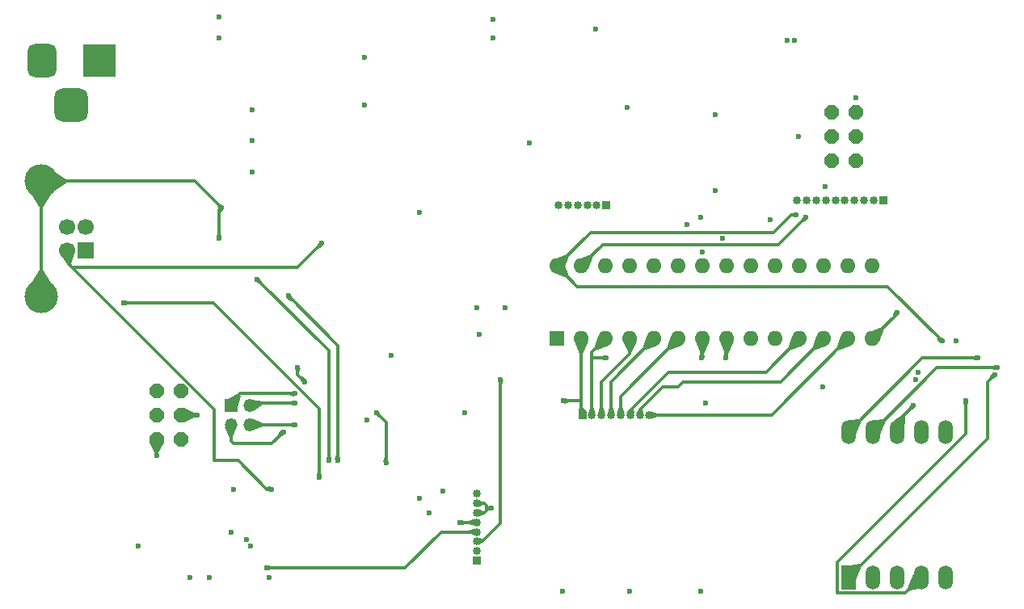
<source format=gbr>
%TF.GenerationSoftware,KiCad,Pcbnew,8.0.8*%
%TF.CreationDate,2025-05-31T18:37:02+02:00*%
%TF.ProjectId,Arduino_pcb,41726475-696e-46f5-9f70-63622e6b6963,rev?*%
%TF.SameCoordinates,Original*%
%TF.FileFunction,Copper,L4,Bot*%
%TF.FilePolarity,Positive*%
%FSLAX46Y46*%
G04 Gerber Fmt 4.6, Leading zero omitted, Abs format (unit mm)*
G04 Created by KiCad (PCBNEW 8.0.8) date 2025-05-31 18:37:02*
%MOMM*%
%LPD*%
G01*
G04 APERTURE LIST*
G04 Aperture macros list*
%AMRoundRect*
0 Rectangle with rounded corners*
0 $1 Rounding radius*
0 $2 $3 $4 $5 $6 $7 $8 $9 X,Y pos of 4 corners*
0 Add a 4 corners polygon primitive as box body*
4,1,4,$2,$3,$4,$5,$6,$7,$8,$9,$2,$3,0*
0 Add four circle primitives for the rounded corners*
1,1,$1+$1,$2,$3*
1,1,$1+$1,$4,$5*
1,1,$1+$1,$6,$7*
1,1,$1+$1,$8,$9*
0 Add four rect primitives between the rounded corners*
20,1,$1+$1,$2,$3,$4,$5,0*
20,1,$1+$1,$4,$5,$6,$7,0*
20,1,$1+$1,$6,$7,$8,$9,0*
20,1,$1+$1,$8,$9,$2,$3,0*%
%AMOutline5P*
0 Free polygon, 5 corners , with rotation*
0 The origin of the aperture is its center*
0 number of corners: always 5*
0 $1 to $10 corner X, Y*
0 $11 Rotation angle, in degrees counterclockwise*
0 create outline with 5 corners*
4,1,5,$1,$2,$3,$4,$5,$6,$7,$8,$9,$10,$1,$2,$11*%
%AMOutline6P*
0 Free polygon, 6 corners , with rotation*
0 The origin of the aperture is its center*
0 number of corners: always 6*
0 $1 to $12 corner X, Y*
0 $13 Rotation angle, in degrees counterclockwise*
0 create outline with 6 corners*
4,1,6,$1,$2,$3,$4,$5,$6,$7,$8,$9,$10,$11,$12,$1,$2,$13*%
%AMOutline7P*
0 Free polygon, 7 corners , with rotation*
0 The origin of the aperture is its center*
0 number of corners: always 7*
0 $1 to $14 corner X, Y*
0 $15 Rotation angle, in degrees counterclockwise*
0 create outline with 7 corners*
4,1,7,$1,$2,$3,$4,$5,$6,$7,$8,$9,$10,$11,$12,$13,$14,$1,$2,$15*%
%AMOutline8P*
0 Free polygon, 8 corners , with rotation*
0 The origin of the aperture is its center*
0 number of corners: always 8*
0 $1 to $16 corner X, Y*
0 $17 Rotation angle, in degrees counterclockwise*
0 create outline with 8 corners*
4,1,8,$1,$2,$3,$4,$5,$6,$7,$8,$9,$10,$11,$12,$13,$14,$15,$16,$1,$2,$17*%
G04 Aperture macros list end*
%TA.AperFunction,ComponentPad*%
%ADD10R,1.600000X1.600000*%
%TD*%
%TA.AperFunction,ComponentPad*%
%ADD11O,1.600000X1.600000*%
%TD*%
%TA.AperFunction,ComponentPad*%
%ADD12R,1.350000X1.350000*%
%TD*%
%TA.AperFunction,ComponentPad*%
%ADD13O,1.350000X1.350000*%
%TD*%
%TA.AperFunction,ComponentPad*%
%ADD14Outline8P,-0.775000X0.321016X-0.321016X0.775000X0.321016X0.775000X0.775000X0.321016X0.775000X-0.321016X0.321016X-0.775000X-0.321016X-0.775000X-0.775000X-0.321016X270.000000*%
%TD*%
%TA.AperFunction,ComponentPad*%
%ADD15R,1.524000X2.524000*%
%TD*%
%TA.AperFunction,ComponentPad*%
%ADD16O,1.524000X2.524000*%
%TD*%
%TA.AperFunction,ComponentPad*%
%ADD17RoundRect,0.875000X-0.875000X-0.875000X0.875000X-0.875000X0.875000X0.875000X-0.875000X0.875000X0*%
%TD*%
%TA.AperFunction,ComponentPad*%
%ADD18RoundRect,0.750000X-0.750000X-1.000000X0.750000X-1.000000X0.750000X1.000000X-0.750000X1.000000X0*%
%TD*%
%TA.AperFunction,ComponentPad*%
%ADD19R,3.500000X3.500000*%
%TD*%
%TA.AperFunction,ComponentPad*%
%ADD20R,0.850000X0.850000*%
%TD*%
%TA.AperFunction,ComponentPad*%
%ADD21O,0.850000X0.850000*%
%TD*%
%TA.AperFunction,ComponentPad*%
%ADD22R,1.700000X1.700000*%
%TD*%
%TA.AperFunction,ComponentPad*%
%ADD23C,1.700000*%
%TD*%
%TA.AperFunction,ComponentPad*%
%ADD24C,3.500000*%
%TD*%
%TA.AperFunction,ComponentPad*%
%ADD25Outline8P,-0.775000X0.321016X-0.321016X0.775000X0.321016X0.775000X0.775000X0.321016X0.775000X-0.321016X0.321016X-0.775000X-0.321016X-0.775000X-0.775000X-0.321016X90.000000*%
%TD*%
%TA.AperFunction,ViaPad*%
%ADD26C,0.600000*%
%TD*%
%TA.AperFunction,Conductor*%
%ADD27C,0.300000*%
%TD*%
%TA.AperFunction,Conductor*%
%ADD28C,0.200000*%
%TD*%
G04 APERTURE END LIST*
D10*
%TO.P,U2,1,~{RESET}/PC6*%
%TO.N,/RESET*%
X118420000Y-122000000D03*
D11*
%TO.P,U2,2,PD0*%
%TO.N,/IO0*%
X120960000Y-122000000D03*
%TO.P,U2,3,PD1*%
%TO.N,/IO1*%
X123500000Y-122000000D03*
%TO.P,U2,4,PD2*%
%TO.N,/IO2*%
X126040000Y-122000000D03*
%TO.P,U2,5,PD3*%
%TO.N,/IO3*%
X128580000Y-122000000D03*
%TO.P,U2,6,PD4*%
%TO.N,/IO4*%
X131120000Y-122000000D03*
%TO.P,U2,7,VCC*%
%TO.N,+5V*%
X133660000Y-122000000D03*
%TO.P,U2,8,GND*%
%TO.N,GND*%
X136200000Y-122000000D03*
%TO.P,U2,9,XTAL1/PB6*%
%TO.N,Net-(U2-XTAL1{slash}PB6)*%
X138740000Y-122000000D03*
%TO.P,U2,10,XTAL2/PB7*%
%TO.N,Net-(U2-XTAL2{slash}PB7)*%
X141280000Y-122000000D03*
%TO.P,U2,11,PD5*%
%TO.N,/IO5*%
X143820000Y-122000000D03*
%TO.P,U2,12,PD6*%
%TO.N,/IO6*%
X146360000Y-122000000D03*
%TO.P,U2,13,PD7*%
%TO.N,/IO7*%
X148900000Y-122000000D03*
%TO.P,U2,14,PB0*%
%TO.N,/IO8*%
X151440000Y-122000000D03*
%TO.P,U2,15,PB1*%
%TO.N,/IO9*%
X151440000Y-114380000D03*
%TO.P,U2,16,PB2*%
%TO.N,/SS*%
X148900000Y-114380000D03*
%TO.P,U2,17,PB3*%
%TO.N,/MOSI*%
X146360000Y-114380000D03*
%TO.P,U2,18,PB4*%
%TO.N,/MISO*%
X143820000Y-114380000D03*
%TO.P,U2,19,PB5*%
%TO.N,/SCK*%
X141280000Y-114380000D03*
%TO.P,U2,20,AVCC*%
%TO.N,/AVCC*%
X138740000Y-114380000D03*
%TO.P,U2,21,AREF*%
%TO.N,/AREF*%
X136200000Y-114380000D03*
%TO.P,U2,22,AGND*%
%TO.N,GND*%
X133660000Y-114380000D03*
%TO.P,U2,23,PC0*%
%TO.N,/AD0*%
X131120000Y-114380000D03*
%TO.P,U2,24,PC1*%
%TO.N,/AD1*%
X128580000Y-114380000D03*
%TO.P,U2,25,PC2*%
%TO.N,/AD2*%
X126040000Y-114380000D03*
%TO.P,U2,26,PC3*%
%TO.N,/AD3*%
X123500000Y-114380000D03*
%TO.P,U2,27,PC4*%
%TO.N,/SDA{slash}AD4*%
X120960000Y-114380000D03*
%TO.P,U2,28,PC5*%
%TO.N,/SCL{slash}AD5*%
X118420000Y-114380000D03*
%TD*%
D12*
%TO.P,J2,1,Pin_1*%
%TO.N,/PB4*%
X84250000Y-129000000D03*
D13*
%TO.P,J2,2,Pin_2*%
%TO.N,/PB5*%
X86250000Y-129000000D03*
%TO.P,J2,3,Pin_3*%
%TO.N,/PB6*%
X84250000Y-131000000D03*
%TO.P,J2,4,Pin_4*%
%TO.N,/PB7*%
X86250000Y-131000000D03*
%TD*%
D14*
%TO.P,J3,1,~{MCLR}/VPP*%
%TO.N,/RESET*%
X147210000Y-98210000D03*
%TO.P,J3,2,VDD*%
%TO.N,+5V*%
X149750000Y-98210000D03*
%TO.P,J3,3,VSS*%
%TO.N,GND*%
X147210000Y-100750000D03*
%TO.P,J3,4,PGD/ICSPDAT*%
%TO.N,/MOSI*%
X149750000Y-100750000D03*
%TO.P,J3,5,PGC/ICSPCLK*%
%TO.N,/SCK*%
X147210000Y-103290000D03*
%TO.P,J3,6,MISO*%
%TO.N,/MISO*%
X149750000Y-103290000D03*
%TD*%
D15*
%TO.P,AFF1,1,e*%
%TO.N,/DISP E*%
X148920000Y-147000000D03*
D16*
%TO.P,AFF1,2,d*%
%TO.N,/DISP D*%
X151460000Y-147000000D03*
%TO.P,AFF1,3,C.A.*%
%TO.N,unconnected-(AFF1-C.A.-Pad3)*%
X154000000Y-147000000D03*
%TO.P,AFF1,4,c*%
%TO.N,/DISP C*%
X156540000Y-147000000D03*
%TO.P,AFF1,5,DP*%
%TO.N,/DISP DP*%
X159080000Y-147000000D03*
%TO.P,AFF1,6,b*%
%TO.N,/DISP B*%
X159080000Y-131760000D03*
%TO.P,AFF1,7,a*%
%TO.N,/DISP A*%
X156540000Y-131760000D03*
%TO.P,AFF1,8,C.A.*%
%TO.N,+5V*%
X154000000Y-131760000D03*
%TO.P,AFF1,9,f*%
%TO.N,/DISP F*%
X151460000Y-131760000D03*
%TO.P,AFF1,10,g*%
%TO.N,/DISP G*%
X148920000Y-131760000D03*
%TD*%
D17*
%TO.P,J8,3*%
%TO.N,N/C*%
X67500000Y-97492500D03*
D18*
%TO.P,J8,2*%
%TO.N,GND*%
X64500000Y-92792500D03*
D19*
%TO.P,J8,1*%
%TO.N,Net-(D4-A)*%
X70500000Y-92792500D03*
%TD*%
D20*
%TO.P,J5,1,Pin_1*%
%TO.N,/IO0*%
X121080000Y-130000000D03*
D21*
%TO.P,J5,2,Pin_2*%
%TO.N,/IO1*%
X122080000Y-130000000D03*
%TO.P,J5,3,Pin_3*%
%TO.N,/IO2*%
X123080000Y-130000000D03*
%TO.P,J5,4,Pin_4*%
%TO.N,/IO3*%
X124080000Y-130000000D03*
%TO.P,J5,5,Pin_5*%
%TO.N,/IO4*%
X125080000Y-130000000D03*
%TO.P,J5,6,Pin_6*%
%TO.N,/IO5*%
X126080000Y-130000000D03*
%TO.P,J5,7,Pin_7*%
%TO.N,/IO6*%
X127080000Y-130000000D03*
%TO.P,J5,8,Pin_8*%
%TO.N,/IO7*%
X128080000Y-130000000D03*
%TD*%
D20*
%TO.P,J4,1,Pin_1*%
%TO.N,/AD0*%
X123580000Y-108000000D03*
D21*
%TO.P,J4,2,Pin_2*%
%TO.N,/AD1*%
X122580000Y-108000000D03*
%TO.P,J4,3,Pin_3*%
%TO.N,/AD2*%
X121580000Y-108000000D03*
%TO.P,J4,4,Pin_4*%
%TO.N,/AD3*%
X120580000Y-108000000D03*
%TO.P,J4,5,Pin_5*%
%TO.N,/SDA{slash}AD4*%
X119580000Y-108000000D03*
%TO.P,J4,6,Pin_6*%
%TO.N,/SCL{slash}AD5*%
X118580000Y-108000000D03*
%TD*%
D20*
%TO.P,J6,1,Pin_1*%
%TO.N,/IO8*%
X152580000Y-107500000D03*
D21*
%TO.P,J6,2,Pin_2*%
%TO.N,/IO9*%
X151580000Y-107500000D03*
%TO.P,J6,3,Pin_3*%
%TO.N,/SS*%
X150580000Y-107500000D03*
%TO.P,J6,4,Pin_4*%
%TO.N,/MOSI*%
X149580000Y-107500000D03*
%TO.P,J6,5,Pin_5*%
%TO.N,/MISO*%
X148580000Y-107500000D03*
%TO.P,J6,6,Pin_6*%
%TO.N,/SCK*%
X147580000Y-107500000D03*
%TO.P,J6,7,Pin_7*%
%TO.N,GND*%
X146580000Y-107500000D03*
%TO.P,J6,8,Pin_8*%
%TO.N,/AREF*%
X145580000Y-107500000D03*
%TO.P,J6,9,Pin_9*%
%TO.N,/SDA{slash}AD4*%
X144580000Y-107500000D03*
%TO.P,J6,10,Pin_10*%
%TO.N,/SCL{slash}AD5*%
X143580000Y-107500000D03*
%TD*%
D22*
%TO.P,X1,1,VBUS*%
%TO.N,Net-(X1-VBUS)*%
X69077500Y-112750000D03*
D23*
%TO.P,X1,2,D-*%
%TO.N,Net-(X1-D-)*%
X69077500Y-110250000D03*
%TO.P,X1,3,D+*%
%TO.N,Net-(X1-D+)*%
X67077500Y-110250000D03*
%TO.P,X1,4,GND*%
%TO.N,/UGND*%
X67077500Y-112750000D03*
D24*
%TO.P,X1,5,Shield*%
%TO.N,Net-(X1-Shield)*%
X64367500Y-117520000D03*
X64367500Y-105480000D03*
%TD*%
D20*
%TO.P,J7,1,Pin_1*%
%TO.N,unconnected-(J7-Pin_1-Pad1)*%
X110000000Y-145250000D03*
D21*
%TO.P,J7,2,Pin_2*%
%TO.N,+5V*%
X110000000Y-144250000D03*
%TO.P,J7,3,Pin_3*%
%TO.N,/RESET*%
X110000000Y-143250000D03*
%TO.P,J7,4,Pin_4*%
%TO.N,/+3V3*%
X110000000Y-142250000D03*
%TO.P,J7,5,Pin_5*%
%TO.N,+5V*%
X110000000Y-141250000D03*
%TO.P,J7,6,Pin_6*%
%TO.N,GND*%
X110000000Y-140250000D03*
%TO.P,J7,7,Pin_7*%
X110000000Y-139250000D03*
%TO.P,J7,8,Pin_8*%
%TO.N,/VIN*%
X110000000Y-138250000D03*
%TD*%
D25*
%TO.P,J1,1,~{MCLR}/VPP*%
%TO.N,/RESET2*%
X79000000Y-132540000D03*
%TO.P,J1,2,VDD*%
%TO.N,+5V*%
X76460000Y-132540000D03*
%TO.P,J1,3,VSS*%
%TO.N,GND*%
X79000000Y-130000000D03*
%TO.P,J1,4,PGD/ICSPDAT*%
%TO.N,/MOSI2*%
X76460000Y-130000000D03*
%TO.P,J1,5,PGC/ICSPCLK*%
%TO.N,/SCK2*%
X79000000Y-127460000D03*
%TO.P,J1,6,MISO*%
%TO.N,/MISO2*%
X76460000Y-127460000D03*
%TD*%
D26*
%TO.N,/IO8*%
X154000000Y-119250000D03*
%TO.N,Net-(X1-Shield)*%
X83000000Y-111500000D03*
%TO.N,GND*%
X140750000Y-109500000D03*
X85845619Y-143037099D03*
%TO.N,+5V*%
X125750000Y-97750000D03*
X101000000Y-123750000D03*
X156031248Y-126269513D03*
%TO.N,GND*%
X156250000Y-125500000D03*
%TO.N,+5V*%
X160250000Y-122250000D03*
X155750000Y-129000000D03*
%TO.N,/DISP C*%
X161250000Y-128500000D03*
%TO.N,/DISP E*%
X164247017Y-125758949D03*
%TO.N,/DISP F*%
X164500000Y-125000000D03*
%TO.N,/DISP G*%
X162500000Y-124000000D03*
%TO.N,/SCL{slash}AD5*%
X158750000Y-122250000D03*
%TO.N,GND*%
X134000000Y-128750000D03*
X146250000Y-127000000D03*
%TO.N,+5V*%
X115500000Y-101500000D03*
%TO.N,/SCL{slash}AD5*%
X143500000Y-109000000D03*
%TO.N,/SDA{slash}AD4*%
X144500000Y-109250000D03*
%TO.N,GND*%
X146500000Y-106000000D03*
X133660000Y-112910000D03*
X132000000Y-110000000D03*
%TO.N,+5V*%
X133500000Y-109250000D03*
X135000000Y-106500000D03*
X135750000Y-111500000D03*
%TO.N,GND*%
X135000000Y-98500000D03*
X143750000Y-100750000D03*
%TO.N,+5V*%
X149750000Y-96750000D03*
%TO.N,GND*%
X143250000Y-90750000D03*
X142500000Y-90750000D03*
%TO.N,+5V*%
X110000000Y-118750000D03*
X113000000Y-118750000D03*
X110250000Y-121500000D03*
%TO.N,GND*%
X108750000Y-129750000D03*
X111500000Y-139750000D03*
X106500000Y-138000000D03*
X104000000Y-138750000D03*
%TO.N,+5V*%
X105000000Y-140250000D03*
X108250000Y-141250000D03*
%TO.N,GND*%
X88250000Y-147000000D03*
%TO.N,+5V*%
X76500000Y-134250000D03*
%TO.N,GND*%
X80750000Y-130000000D03*
%TO.N,+5V*%
X86500000Y-104500000D03*
%TO.N,GND*%
X104000000Y-108750000D03*
%TO.N,/UGND*%
X88500000Y-137750000D03*
%TO.N,GND*%
X98500000Y-130500000D03*
X84500000Y-137750000D03*
%TO.N,+5V*%
X74500000Y-143750000D03*
X80000000Y-147000000D03*
%TO.N,GND*%
X82000000Y-147000000D03*
X84250000Y-142300000D03*
%TO.N,+5V*%
X86315251Y-143684749D03*
%TO.N,/MOSI2*%
X92000000Y-126500000D03*
X91250000Y-125000000D03*
%TO.N,/RESET*%
X112500000Y-126250000D03*
%TO.N,/+3V3*%
X88000000Y-146000000D03*
%TO.N,Net-(U1-AVCC)*%
X100500000Y-135000000D03*
X99500000Y-129750000D03*
%TO.N,/RD-*%
X90250000Y-117500000D03*
X95430000Y-134750000D03*
%TO.N,/RD+*%
X87000000Y-115750000D03*
X94500000Y-134750000D03*
%TO.N,Net-(X1-VBUS)*%
X93500000Y-136500000D03*
X73000000Y-118250000D03*
%TO.N,/PB4*%
X91000000Y-127750000D03*
%TO.N,/PB5*%
X91000000Y-128750000D03*
%TO.N,/PB6*%
X89750000Y-131750000D03*
%TO.N,/PB7*%
X91000000Y-131000000D03*
%TO.N,/UGND*%
X93750000Y-112000000D03*
%TO.N,Net-(X1-Shield)*%
X83250000Y-108250000D03*
%TO.N,+5V*%
X111675000Y-90500000D03*
X111675000Y-88500000D03*
%TO.N,GND*%
X122425000Y-89500000D03*
X83000000Y-88250000D03*
%TO.N,+5V*%
X83000000Y-90500000D03*
X98250000Y-97500000D03*
X98250000Y-92500000D03*
%TO.N,GND*%
X86500000Y-98000000D03*
X86500000Y-101250000D03*
X119000000Y-148500000D03*
X126000000Y-148500000D03*
X133500000Y-148500000D03*
%TO.N,+5V*%
X133580000Y-124000000D03*
%TO.N,GND*%
X136080000Y-124000000D03*
%TO.N,/IO0*%
X119080000Y-128500000D03*
%TO.N,/IO1*%
X123580000Y-124000000D03*
%TD*%
D27*
%TO.N,/IO8*%
X154000000Y-119440000D02*
X154000000Y-119250000D01*
X151440000Y-122000000D02*
X154000000Y-119440000D01*
%TO.N,Net-(X1-Shield)*%
X83000000Y-108500000D02*
X83250000Y-108250000D01*
X83000000Y-111500000D02*
X83000000Y-108500000D01*
%TO.N,+5V*%
X154000000Y-130750000D02*
X155750000Y-129000000D01*
X154000000Y-131760000D02*
X154000000Y-130750000D01*
%TO.N,/DISP C*%
X161250000Y-131946000D02*
X161250000Y-128500000D01*
X147808000Y-145388000D02*
X161250000Y-131946000D01*
X147808000Y-148612000D02*
X147808000Y-145388000D01*
X154928000Y-148612000D02*
X147808000Y-148612000D01*
X156540000Y-147000000D02*
X154928000Y-148612000D01*
%TO.N,/DISP E*%
X163500000Y-126505966D02*
X163500000Y-132420000D01*
X164247017Y-125758949D02*
X163500000Y-126505966D01*
X163500000Y-132420000D02*
X148920000Y-147000000D01*
%TO.N,/DISP F*%
X164500000Y-125000000D02*
X158220000Y-125000000D01*
X158220000Y-125000000D02*
X151460000Y-131760000D01*
%TO.N,/DISP G*%
X162500000Y-124000000D02*
X156680000Y-124000000D01*
X156680000Y-124000000D02*
X148920000Y-131760000D01*
%TO.N,/SCL{slash}AD5*%
X118420000Y-114380000D02*
X120540000Y-116500000D01*
X120540000Y-116500000D02*
X153000000Y-116500000D01*
X153000000Y-116500000D02*
X158750000Y-122250000D01*
X142950000Y-109000000D02*
X141100000Y-110850000D01*
X143500000Y-109000000D02*
X142950000Y-109000000D01*
X121950000Y-110850000D02*
X141100000Y-110850000D01*
X118420000Y-114380000D02*
X121950000Y-110850000D01*
%TO.N,/SDA{slash}AD4*%
X123190000Y-112150000D02*
X120960000Y-114380000D01*
X141600000Y-112150000D02*
X123190000Y-112150000D01*
X144500000Y-109250000D02*
X141600000Y-112150000D01*
%TO.N,GND*%
X111000000Y-139750000D02*
X111500000Y-139750000D01*
X111000000Y-139750000D02*
X111000000Y-140000000D01*
X111000000Y-139500000D02*
X111000000Y-139750000D01*
X111000000Y-140000000D02*
X110750000Y-140250000D01*
X110750000Y-139250000D02*
X111000000Y-139500000D01*
X110000000Y-139250000D02*
X110750000Y-139250000D01*
X110750000Y-140250000D02*
X110000000Y-140250000D01*
%TO.N,+5V*%
X110000000Y-141250000D02*
X108250000Y-141250000D01*
X76460000Y-134210000D02*
X76500000Y-134250000D01*
X76460000Y-132540000D02*
X76460000Y-134210000D01*
%TO.N,GND*%
X79000000Y-130000000D02*
X80750000Y-130000000D01*
%TO.N,/UGND*%
X88000000Y-137750000D02*
X88500000Y-137750000D01*
X82500000Y-129369008D02*
X82500000Y-134750000D01*
X67630992Y-114500000D02*
X82500000Y-129369008D01*
X82500000Y-134750000D02*
X85000000Y-134750000D01*
X67625419Y-114500000D02*
X67630992Y-114500000D01*
X85000000Y-134750000D02*
X88000000Y-137750000D01*
%TO.N,Net-(U1-AVCC)*%
X100500000Y-130750000D02*
X100500000Y-135000000D01*
X99500000Y-129750000D02*
X100500000Y-130750000D01*
%TO.N,/MOSI2*%
X91250000Y-125750000D02*
X92000000Y-126500000D01*
X91250000Y-125000000D02*
X91250000Y-125750000D01*
%TO.N,/RESET*%
X112500000Y-141351040D02*
X112500000Y-126250000D01*
X110601040Y-143250000D02*
X112500000Y-141351040D01*
X110000000Y-143250000D02*
X110601040Y-143250000D01*
%TO.N,/+3V3*%
X102500000Y-146000000D02*
X88000000Y-146000000D01*
X106250000Y-142250000D02*
X102500000Y-146000000D01*
X110000000Y-142250000D02*
X106250000Y-142250000D01*
%TO.N,/RD-*%
X95430000Y-134750000D02*
X95430000Y-122680000D01*
X95430000Y-122680000D02*
X90250000Y-117500000D01*
%TO.N,/RD+*%
X94500000Y-123250000D02*
X87000000Y-115750000D01*
X94500000Y-134750000D02*
X94500000Y-123250000D01*
%TO.N,Net-(X1-VBUS)*%
X93500000Y-129330761D02*
X82419239Y-118250000D01*
X93500000Y-136500000D02*
X93500000Y-129330761D01*
X82419239Y-118250000D02*
X73000000Y-118250000D01*
%TO.N,/PB4*%
X85250000Y-127750000D02*
X91000000Y-127750000D01*
X84250000Y-128750000D02*
X85250000Y-127750000D01*
X84250000Y-129000000D02*
X84250000Y-128750000D01*
%TO.N,/PB5*%
X86500000Y-128750000D02*
X91000000Y-128750000D01*
X86250000Y-129000000D02*
X86500000Y-128750000D01*
X86500000Y-129250000D02*
X86250000Y-129000000D01*
%TO.N,/PB7*%
X91000000Y-131000000D02*
X86250000Y-131000000D01*
%TO.N,/PB6*%
X88500000Y-133000000D02*
X89750000Y-131750000D01*
X84500000Y-133000000D02*
X88500000Y-133000000D01*
X84250000Y-131000000D02*
X84250000Y-132750000D01*
X84250000Y-132750000D02*
X84500000Y-133000000D01*
%TO.N,/UGND*%
X91250000Y-114500000D02*
X93750000Y-112000000D01*
X68500000Y-114500000D02*
X91250000Y-114500000D01*
X67625419Y-114500000D02*
X68500000Y-114500000D01*
X67077500Y-113952081D02*
X67625419Y-114500000D01*
X67077500Y-112750000D02*
X67077500Y-113952081D01*
%TO.N,Net-(X1-Shield)*%
X64367500Y-117520000D02*
X64367500Y-105480000D01*
X80480000Y-105480000D02*
X83250000Y-108250000D01*
X64367500Y-105480000D02*
X80480000Y-105480000D01*
%TO.N,+5V*%
X133660000Y-123920000D02*
X133580000Y-124000000D01*
X133660000Y-122000000D02*
X133660000Y-122420000D01*
X133660000Y-122000000D02*
X133660000Y-123920000D01*
%TO.N,GND*%
X136200000Y-123880000D02*
X136080000Y-124000000D01*
X136200000Y-122000000D02*
X136200000Y-123880000D01*
%TO.N,/IO3*%
X124080000Y-126500000D02*
X124080000Y-130000000D01*
X128580000Y-122000000D02*
X124080000Y-126500000D01*
%TO.N,/IO5*%
X130080000Y-125500000D02*
X126080000Y-129500000D01*
X143820000Y-122000000D02*
X140320000Y-125500000D01*
D28*
X126080000Y-129398960D02*
X126080000Y-130000000D01*
D27*
X126080000Y-129500000D02*
X126080000Y-130000000D01*
X140320000Y-125500000D02*
X130080000Y-125500000D01*
%TO.N,/IO0*%
X120960000Y-129880000D02*
X121080000Y-130000000D01*
X120960000Y-128500000D02*
X120960000Y-129880000D01*
X120960000Y-122000000D02*
X120960000Y-128500000D01*
X119080000Y-128500000D02*
X120960000Y-128500000D01*
%TO.N,/IO2*%
X123080000Y-126500000D02*
X123080000Y-130000000D01*
X126040000Y-123540000D02*
X123080000Y-126500000D01*
X126040000Y-122000000D02*
X126040000Y-123540000D01*
%TO.N,/IO6*%
X127080000Y-129398960D02*
X127080000Y-130000000D01*
X146360000Y-122000000D02*
X141860000Y-126500000D01*
X131080000Y-127000000D02*
X129478960Y-127000000D01*
X141860000Y-126500000D02*
X131580000Y-126500000D01*
X129478960Y-127000000D02*
X127080000Y-129398960D01*
X131580000Y-126500000D02*
X131080000Y-127000000D01*
%TO.N,/IO4*%
X125080000Y-128040000D02*
X125080000Y-130000000D01*
X131120000Y-122000000D02*
X125080000Y-128040000D01*
%TO.N,/IO1*%
X122080000Y-124000000D02*
X122080000Y-130000000D01*
X123500000Y-122000000D02*
X122080000Y-123420000D01*
X123580000Y-124000000D02*
X122080000Y-124000000D01*
X122080000Y-123420000D02*
X122080000Y-124000000D01*
%TO.N,/IO7*%
X148900000Y-122000000D02*
X140900000Y-130000000D01*
X140900000Y-130000000D02*
X128080000Y-130000000D01*
%TD*%
%TA.AperFunction,Conductor*%
%TO.N,/IO8*%
G36*
X152467202Y-120765512D02*
G01*
X152470627Y-120767887D01*
X152672112Y-120969372D01*
X152675539Y-120977645D01*
X152674797Y-120981746D01*
X152183344Y-122294816D01*
X152177234Y-122301363D01*
X152168285Y-122301673D01*
X152167921Y-122301530D01*
X151443787Y-122002562D01*
X151437448Y-121996237D01*
X151437437Y-121996212D01*
X151138469Y-121272076D01*
X151138480Y-121263123D01*
X151144819Y-121256798D01*
X151145159Y-121256664D01*
X152458255Y-120765202D01*
X152467202Y-120765512D01*
G37*
%TD.AperFunction*%
%TD*%
%TA.AperFunction,Conductor*%
%TO.N,/IO8*%
G36*
X153735175Y-119140261D02*
G01*
X153998517Y-119248393D01*
X154002373Y-119250970D01*
X154203682Y-119453626D01*
X154207081Y-119461911D01*
X154203627Y-119470173D01*
X154203422Y-119470371D01*
X153810451Y-119842127D01*
X153802086Y-119845324D01*
X153794137Y-119841901D01*
X153594809Y-119642573D01*
X153591382Y-119634300D01*
X153591770Y-119631312D01*
X153634340Y-119470173D01*
X153719427Y-119148097D01*
X153724852Y-119140975D01*
X153733726Y-119139775D01*
X153735175Y-119140261D01*
G37*
%TD.AperFunction*%
%TD*%
%TA.AperFunction,Conductor*%
%TO.N,Net-(X1-Shield)*%
G36*
X82985954Y-108140581D02*
G01*
X83247815Y-108248103D01*
X83251663Y-108250671D01*
X83453504Y-108453463D01*
X83456911Y-108461744D01*
X83453465Y-108470010D01*
X83453090Y-108470367D01*
X83153348Y-108743397D01*
X83145469Y-108746447D01*
X82864285Y-108746447D01*
X82856012Y-108743020D01*
X82852585Y-108734747D01*
X82852814Y-108732442D01*
X82949630Y-108250671D01*
X82970041Y-108149098D01*
X82975031Y-108141664D01*
X82983817Y-108139934D01*
X82985954Y-108140581D01*
G37*
%TD.AperFunction*%
%TD*%
%TA.AperFunction,Conductor*%
%TO.N,Net-(X1-Shield)*%
G36*
X83149244Y-110903427D02*
G01*
X83152289Y-110908734D01*
X83274584Y-111375354D01*
X83273366Y-111384225D01*
X83267777Y-111389116D01*
X83004511Y-111499115D01*
X82995556Y-111499142D01*
X82995489Y-111499115D01*
X82732222Y-111389116D01*
X82725910Y-111382764D01*
X82725415Y-111375354D01*
X82847711Y-110908734D01*
X82853124Y-110901600D01*
X82859029Y-110900000D01*
X83140971Y-110900000D01*
X83149244Y-110903427D01*
G37*
%TD.AperFunction*%
%TD*%
%TA.AperFunction,Conductor*%
%TO.N,+5V*%
G36*
X154651129Y-129900741D02*
G01*
X154852578Y-130102190D01*
X154856005Y-130110463D01*
X154855989Y-130111072D01*
X154762705Y-131901192D01*
X154758852Y-131909275D01*
X154750412Y-131912267D01*
X154748705Y-131912051D01*
X154006316Y-131762125D01*
X153998885Y-131757129D01*
X153997364Y-131753806D01*
X153673527Y-130595117D01*
X153674600Y-130586227D01*
X153678001Y-130582444D01*
X154636066Y-129899486D01*
X154644790Y-129897475D01*
X154651129Y-129900741D01*
G37*
%TD.AperFunction*%
%TD*%
%TA.AperFunction,Conductor*%
%TO.N,+5V*%
G36*
X155482243Y-128889057D02*
G01*
X155665011Y-128964105D01*
X155746184Y-128997436D01*
X155752536Y-129003748D01*
X155752563Y-129003815D01*
X155860941Y-129267754D01*
X155860914Y-129276709D01*
X155856023Y-129282298D01*
X155439596Y-129525773D01*
X155430725Y-129526991D01*
X155425418Y-129523946D01*
X155226053Y-129324581D01*
X155222626Y-129316308D01*
X155224224Y-129310407D01*
X155467702Y-128893974D01*
X155474835Y-128888563D01*
X155482243Y-128889057D01*
G37*
%TD.AperFunction*%
%TD*%
%TA.AperFunction,Conductor*%
%TO.N,/DISP C*%
G36*
X161491497Y-128599902D02*
G01*
X161517777Y-128610883D01*
X161524089Y-128617235D01*
X161524584Y-128624645D01*
X161402289Y-129091266D01*
X161396876Y-129098400D01*
X161390971Y-129100000D01*
X161109029Y-129100000D01*
X161100756Y-129096573D01*
X161097711Y-129091266D01*
X160975415Y-128624645D01*
X160976633Y-128615774D01*
X160982221Y-128610883D01*
X161245490Y-128500883D01*
X161254444Y-128500857D01*
X161491497Y-128599902D01*
G37*
%TD.AperFunction*%
%TD*%
%TA.AperFunction,Conductor*%
%TO.N,/DISP C*%
G36*
X156532393Y-146995860D02*
G01*
X156538732Y-147002184D01*
X156539527Y-147008208D01*
X156377628Y-148232219D01*
X156373146Y-148239972D01*
X156367465Y-148242297D01*
X155394469Y-148362629D01*
X155385838Y-148360243D01*
X155384760Y-148359290D01*
X155182175Y-148156705D01*
X155178748Y-148148432D01*
X155179621Y-148143997D01*
X155773552Y-146695219D01*
X155779859Y-146688867D01*
X155788811Y-146688834D01*
X156532393Y-146995860D01*
G37*
%TD.AperFunction*%
%TD*%
%TA.AperFunction,Conductor*%
%TO.N,/DISP E*%
G36*
X163979260Y-125648006D02*
G01*
X164162028Y-125723054D01*
X164243201Y-125756385D01*
X164249553Y-125762697D01*
X164249580Y-125762764D01*
X164357958Y-126026703D01*
X164357931Y-126035658D01*
X164353040Y-126041247D01*
X163936613Y-126284722D01*
X163927742Y-126285940D01*
X163922435Y-126282895D01*
X163723070Y-126083530D01*
X163719643Y-126075257D01*
X163721241Y-126069356D01*
X163964719Y-125652923D01*
X163971852Y-125647512D01*
X163979260Y-125648006D01*
G37*
%TD.AperFunction*%
%TD*%
%TA.AperFunction,Conductor*%
%TO.N,/DISP E*%
G36*
X150117630Y-145596167D02*
G01*
X150118888Y-145597258D01*
X150321288Y-145799658D01*
X150324715Y-145807931D01*
X150323775Y-145812525D01*
X149686539Y-147304997D01*
X149680139Y-147311260D01*
X149671314Y-147311217D01*
X148927727Y-147004189D01*
X148921388Y-146997865D01*
X148920616Y-146991678D01*
X149103103Y-145746641D01*
X149107692Y-145738956D01*
X149113012Y-145736760D01*
X150108956Y-145593949D01*
X150117630Y-145596167D01*
G37*
%TD.AperFunction*%
%TD*%
%TA.AperFunction,Conductor*%
%TO.N,/DISP F*%
G36*
X164384225Y-124726633D02*
G01*
X164389116Y-124732222D01*
X164499115Y-124995489D01*
X164499142Y-125004444D01*
X164499115Y-125004511D01*
X164389116Y-125267777D01*
X164382764Y-125274089D01*
X164375353Y-125274584D01*
X164362260Y-125271152D01*
X164361931Y-125271060D01*
X164318979Y-125258449D01*
X164318978Y-125258449D01*
X164315296Y-125258449D01*
X164312330Y-125258067D01*
X163908734Y-125152289D01*
X163901600Y-125146876D01*
X163900000Y-125140971D01*
X163900000Y-124859028D01*
X163903427Y-124850755D01*
X163908731Y-124847711D01*
X164375354Y-124725415D01*
X164384225Y-124726633D01*
G37*
%TD.AperFunction*%
%TD*%
%TA.AperFunction,Conductor*%
%TO.N,/DISP F*%
G36*
X152614161Y-130399756D02*
G01*
X152615239Y-130400709D01*
X152817824Y-130603294D01*
X152821251Y-130611567D01*
X152820377Y-130616005D01*
X152226449Y-132064777D01*
X152220140Y-132071132D01*
X152211186Y-132071164D01*
X152211168Y-132071157D01*
X152211158Y-132071153D01*
X151467606Y-131764139D01*
X151461267Y-131757815D01*
X151460472Y-131751791D01*
X151622371Y-130527776D01*
X151626852Y-130520026D01*
X151632529Y-130517702D01*
X152605530Y-130397370D01*
X152614161Y-130399756D01*
G37*
%TD.AperFunction*%
%TD*%
%TA.AperFunction,Conductor*%
%TO.N,/DISP G*%
G36*
X162384225Y-123726633D02*
G01*
X162389116Y-123732222D01*
X162499115Y-123995489D01*
X162499142Y-124004444D01*
X162499115Y-124004511D01*
X162389116Y-124267777D01*
X162382764Y-124274089D01*
X162375354Y-124274584D01*
X161908734Y-124152289D01*
X161901600Y-124146876D01*
X161900000Y-124140971D01*
X161900000Y-123859028D01*
X161903427Y-123850755D01*
X161908731Y-123847711D01*
X162375354Y-123725415D01*
X162384225Y-123726633D01*
G37*
%TD.AperFunction*%
%TD*%
%TA.AperFunction,Conductor*%
%TO.N,/DISP G*%
G36*
X150074161Y-130399756D02*
G01*
X150075239Y-130400709D01*
X150277824Y-130603294D01*
X150281251Y-130611567D01*
X150280377Y-130616005D01*
X149686449Y-132064777D01*
X149680140Y-132071132D01*
X149671186Y-132071164D01*
X149671168Y-132071157D01*
X149671158Y-132071153D01*
X148927606Y-131764139D01*
X148921267Y-131757815D01*
X148920472Y-131751791D01*
X149082371Y-130527776D01*
X149086852Y-130520026D01*
X149092529Y-130517702D01*
X150065530Y-130397370D01*
X150074161Y-130399756D01*
G37*
%TD.AperFunction*%
%TD*%
%TA.AperFunction,Conductor*%
%TO.N,/SCL{slash}AD5*%
G36*
X119156876Y-114078480D02*
G01*
X119163201Y-114084819D01*
X119163344Y-114085183D01*
X119654797Y-115398253D01*
X119654487Y-115407202D01*
X119652112Y-115410627D01*
X119450627Y-115612112D01*
X119442354Y-115615539D01*
X119438253Y-115614797D01*
X118125183Y-115123344D01*
X118118636Y-115117234D01*
X118118326Y-115108285D01*
X118118448Y-115107972D01*
X118417438Y-114383785D01*
X118423762Y-114377448D01*
X118423764Y-114377446D01*
X119147923Y-114078469D01*
X119156876Y-114078480D01*
G37*
%TD.AperFunction*%
%TD*%
%TA.AperFunction,Conductor*%
%TO.N,/SCL{slash}AD5*%
G36*
X158439592Y-121724225D02*
G01*
X158856023Y-121967701D01*
X158861436Y-121974835D01*
X158860941Y-121982245D01*
X158752563Y-122246184D01*
X158746251Y-122252536D01*
X158746184Y-122252563D01*
X158482245Y-122360941D01*
X158473290Y-122360914D01*
X158467701Y-122356023D01*
X158224225Y-121939593D01*
X158223008Y-121930725D01*
X158226051Y-121925420D01*
X158425419Y-121726052D01*
X158433691Y-121722626D01*
X158439592Y-121724225D01*
G37*
%TD.AperFunction*%
%TD*%
%TA.AperFunction,Conductor*%
%TO.N,/SCL{slash}AD5*%
G36*
X143383681Y-108727017D02*
G01*
X143389477Y-108733084D01*
X143498827Y-108994793D01*
X143498854Y-109003748D01*
X143498835Y-109003795D01*
X143389520Y-109266757D01*
X143383180Y-109273081D01*
X143374633Y-109273230D01*
X143023098Y-109142310D01*
X143018908Y-109139619D01*
X142821640Y-108942351D01*
X142818213Y-108934078D01*
X142821640Y-108925805D01*
X142825966Y-108923064D01*
X143374738Y-108726580D01*
X143383681Y-108727017D01*
G37*
%TD.AperFunction*%
%TD*%
%TA.AperFunction,Conductor*%
%TO.N,/SCL{slash}AD5*%
G36*
X119447202Y-113145512D02*
G01*
X119450627Y-113147887D01*
X119652112Y-113349372D01*
X119655539Y-113357645D01*
X119654797Y-113361746D01*
X119163344Y-114674816D01*
X119157234Y-114681363D01*
X119148285Y-114681673D01*
X119147921Y-114681530D01*
X118423787Y-114382562D01*
X118417448Y-114376237D01*
X118417437Y-114376212D01*
X118118469Y-113652076D01*
X118118480Y-113643123D01*
X118124819Y-113636798D01*
X118125159Y-113636664D01*
X119438255Y-113145202D01*
X119447202Y-113145512D01*
G37*
%TD.AperFunction*%
%TD*%
%TA.AperFunction,Conductor*%
%TO.N,/SDA{slash}AD4*%
G36*
X121987202Y-113145512D02*
G01*
X121990627Y-113147887D01*
X122192112Y-113349372D01*
X122195539Y-113357645D01*
X122194797Y-113361746D01*
X121703344Y-114674816D01*
X121697234Y-114681363D01*
X121688285Y-114681673D01*
X121687921Y-114681530D01*
X120963787Y-114382562D01*
X120957448Y-114376237D01*
X120957437Y-114376212D01*
X120658469Y-113652076D01*
X120658480Y-113643123D01*
X120664819Y-113636798D01*
X120665159Y-113636664D01*
X121978255Y-113145202D01*
X121987202Y-113145512D01*
G37*
%TD.AperFunction*%
%TD*%
%TA.AperFunction,Conductor*%
%TO.N,/SDA{slash}AD4*%
G36*
X144232243Y-109139057D02*
G01*
X144415011Y-109214105D01*
X144496184Y-109247436D01*
X144502536Y-109253748D01*
X144502563Y-109253815D01*
X144610941Y-109517754D01*
X144610914Y-109526709D01*
X144606023Y-109532298D01*
X144189596Y-109775773D01*
X144180725Y-109776991D01*
X144175418Y-109773946D01*
X143976053Y-109574581D01*
X143972626Y-109566308D01*
X143974224Y-109560407D01*
X144217702Y-109143974D01*
X144224835Y-109138563D01*
X144232243Y-109139057D01*
G37*
%TD.AperFunction*%
%TD*%
%TA.AperFunction,Conductor*%
%TO.N,GND*%
G36*
X111389496Y-139484243D02*
G01*
X111390966Y-139486819D01*
X111497013Y-139743764D01*
X111497002Y-139752719D01*
X111494452Y-139756521D01*
X111294869Y-139955163D01*
X111286587Y-139958570D01*
X111279824Y-139956397D01*
X110879778Y-139671227D01*
X110875030Y-139663634D01*
X110877042Y-139654909D01*
X110884635Y-139650161D01*
X110886569Y-139650000D01*
X111149999Y-139650000D01*
X111150000Y-139650000D01*
X111373111Y-139481937D01*
X111381781Y-139479697D01*
X111389496Y-139484243D01*
G37*
%TD.AperFunction*%
%TD*%
%TA.AperFunction,Conductor*%
%TO.N,GND*%
G36*
X110173244Y-138862321D02*
G01*
X110173699Y-138862522D01*
X110911656Y-139207575D01*
X110917699Y-139214184D01*
X110917299Y-139223130D01*
X110914973Y-139226447D01*
X110716375Y-139425045D01*
X110712363Y-139427668D01*
X110173311Y-139638475D01*
X110164358Y-139638297D01*
X110158245Y-139632066D01*
X110001160Y-139253789D01*
X110001152Y-139244834D01*
X110001165Y-139244801D01*
X110013925Y-139214184D01*
X110157943Y-138868619D01*
X110164289Y-138862302D01*
X110173244Y-138862321D01*
G37*
%TD.AperFunction*%
%TD*%
%TA.AperFunction,Conductor*%
%TO.N,GND*%
G36*
X110712365Y-140072332D02*
G01*
X110716375Y-140074954D01*
X110914973Y-140273552D01*
X110918400Y-140281825D01*
X110914973Y-140290098D01*
X110911656Y-140292424D01*
X110173699Y-140637477D01*
X110164753Y-140637877D01*
X110158144Y-140631834D01*
X110157943Y-140631379D01*
X110001165Y-140255198D01*
X110001146Y-140246244D01*
X110158246Y-139867931D01*
X110164582Y-139861607D01*
X110173311Y-139861524D01*
X110712365Y-140072332D01*
G37*
%TD.AperFunction*%
%TD*%
%TA.AperFunction,Conductor*%
%TO.N,+5V*%
G36*
X109835864Y-140861513D02*
G01*
X109841617Y-140867567D01*
X109999124Y-141245499D01*
X109999143Y-141254454D01*
X109999124Y-141254501D01*
X109841617Y-141632432D01*
X109835271Y-141638750D01*
X109826922Y-141638964D01*
X109157805Y-141402755D01*
X109151145Y-141396769D01*
X109150000Y-141391722D01*
X109150000Y-141108277D01*
X109153427Y-141100004D01*
X109157802Y-141097245D01*
X109826923Y-140861035D01*
X109835864Y-140861513D01*
G37*
%TD.AperFunction*%
%TD*%
%TA.AperFunction,Conductor*%
%TO.N,+5V*%
G36*
X108841267Y-141097711D02*
G01*
X108848400Y-141103123D01*
X108850000Y-141109028D01*
X108850000Y-141390971D01*
X108846573Y-141399244D01*
X108841266Y-141402289D01*
X108374645Y-141524584D01*
X108365774Y-141523366D01*
X108360883Y-141517777D01*
X108349902Y-141491497D01*
X108250883Y-141254509D01*
X108250857Y-141245556D01*
X108250862Y-141245542D01*
X108360883Y-140982221D01*
X108367235Y-140975910D01*
X108374645Y-140975415D01*
X108841267Y-141097711D01*
G37*
%TD.AperFunction*%
%TD*%
%TA.AperFunction,Conductor*%
%TO.N,+5V*%
G36*
X77223333Y-132856168D02*
G01*
X77229658Y-132862507D01*
X77229648Y-132871461D01*
X77229273Y-132872276D01*
X76613253Y-134083604D01*
X76606448Y-134089425D01*
X76602824Y-134090000D01*
X76317176Y-134090000D01*
X76308903Y-134086573D01*
X76306747Y-134083604D01*
X75690726Y-132872276D01*
X75690030Y-132863348D01*
X75695851Y-132856543D01*
X75696649Y-132856175D01*
X76455511Y-132540864D01*
X76464464Y-132540855D01*
X77223333Y-132856168D01*
G37*
%TD.AperFunction*%
%TD*%
%TA.AperFunction,Conductor*%
%TO.N,+5V*%
G36*
X76609974Y-133661383D02*
G01*
X76612743Y-133665788D01*
X76773517Y-134124783D01*
X76773018Y-134133724D01*
X76766986Y-134139447D01*
X76502182Y-134250088D01*
X76497632Y-134250992D01*
X76214026Y-134250046D01*
X76205764Y-134246592D01*
X76202365Y-134238307D01*
X76202562Y-134236209D01*
X76221604Y-134133724D01*
X76308223Y-133667518D01*
X76313103Y-133660011D01*
X76319726Y-133657956D01*
X76601701Y-133657956D01*
X76609974Y-133661383D01*
G37*
%TD.AperFunction*%
%TD*%
%TA.AperFunction,Conductor*%
%TO.N,GND*%
G36*
X79331461Y-129230351D02*
G01*
X79332270Y-129230723D01*
X80543604Y-129846747D01*
X80549425Y-129853552D01*
X80550000Y-129857176D01*
X80550000Y-130142823D01*
X80546573Y-130151096D01*
X80543604Y-130153252D01*
X79332276Y-130769273D01*
X79323348Y-130769969D01*
X79316543Y-130764148D01*
X79316168Y-130763333D01*
X79061325Y-130150000D01*
X79000864Y-130004488D01*
X79000855Y-129995535D01*
X79000865Y-129995511D01*
X79059850Y-129853552D01*
X79316169Y-129236664D01*
X79322507Y-129230341D01*
X79331461Y-129230351D01*
G37*
%TD.AperFunction*%
%TD*%
%TA.AperFunction,Conductor*%
%TO.N,GND*%
G36*
X80634225Y-129726633D02*
G01*
X80639116Y-129732222D01*
X80749115Y-129995489D01*
X80749142Y-130004444D01*
X80749115Y-130004511D01*
X80639116Y-130267777D01*
X80632764Y-130274089D01*
X80625354Y-130274584D01*
X80158734Y-130152289D01*
X80151600Y-130146876D01*
X80150000Y-130140971D01*
X80150000Y-129859028D01*
X80153427Y-129850755D01*
X80158731Y-129847711D01*
X80625354Y-129725415D01*
X80634225Y-129726633D01*
G37*
%TD.AperFunction*%
%TD*%
%TA.AperFunction,Conductor*%
%TO.N,/UGND*%
G36*
X88384065Y-137476725D02*
G01*
X88389199Y-137482468D01*
X88498835Y-137746204D01*
X88498846Y-137755159D01*
X88498827Y-137755206D01*
X88389753Y-138016254D01*
X88383401Y-138022566D01*
X88374446Y-138022539D01*
X88374333Y-138022490D01*
X87839073Y-137792174D01*
X87832828Y-137785757D01*
X87832950Y-137776803D01*
X87835421Y-137773157D01*
X88033218Y-137575360D01*
X88038259Y-137572390D01*
X88375168Y-137475713D01*
X88384065Y-137476725D01*
G37*
%TD.AperFunction*%
%TD*%
%TA.AperFunction,Conductor*%
%TO.N,Net-(U1-AVCC)*%
G36*
X100649244Y-134403427D02*
G01*
X100652289Y-134408734D01*
X100774584Y-134875354D01*
X100773366Y-134884225D01*
X100767777Y-134889116D01*
X100504511Y-134999115D01*
X100495556Y-134999142D01*
X100495489Y-134999115D01*
X100232222Y-134889116D01*
X100225910Y-134882764D01*
X100225415Y-134875354D01*
X100347711Y-134408734D01*
X100353124Y-134401600D01*
X100359029Y-134400000D01*
X100640971Y-134400000D01*
X100649244Y-134403427D01*
G37*
%TD.AperFunction*%
%TD*%
%TA.AperFunction,Conductor*%
%TO.N,Net-(U1-AVCC)*%
G36*
X99776709Y-129639085D02*
G01*
X99782298Y-129643976D01*
X100025773Y-130060404D01*
X100026991Y-130069274D01*
X100023946Y-130074581D01*
X99824581Y-130273946D01*
X99816308Y-130277373D01*
X99810404Y-130275773D01*
X99393976Y-130032298D01*
X99388563Y-130025164D01*
X99389057Y-130017756D01*
X99497436Y-129753814D01*
X99503746Y-129747464D01*
X99767756Y-129639058D01*
X99776709Y-129639085D01*
G37*
%TD.AperFunction*%
%TD*%
%TA.AperFunction,Conductor*%
%TO.N,/MOSI2*%
G36*
X91689592Y-125974225D02*
G01*
X92106023Y-126217701D01*
X92111436Y-126224835D01*
X92110941Y-126232245D01*
X92002563Y-126496184D01*
X91996251Y-126502536D01*
X91996184Y-126502563D01*
X91732245Y-126610941D01*
X91723290Y-126610914D01*
X91717701Y-126606023D01*
X91474225Y-126189593D01*
X91473008Y-126180725D01*
X91476051Y-126175420D01*
X91675419Y-125976052D01*
X91683691Y-125972626D01*
X91689592Y-125974225D01*
G37*
%TD.AperFunction*%
%TD*%
%TA.AperFunction,Conductor*%
%TO.N,/MOSI2*%
G36*
X91491497Y-125099902D02*
G01*
X91517777Y-125110883D01*
X91524089Y-125117235D01*
X91524584Y-125124645D01*
X91402289Y-125591266D01*
X91396876Y-125598400D01*
X91390971Y-125600000D01*
X91109029Y-125600000D01*
X91100756Y-125596573D01*
X91097711Y-125591266D01*
X90975415Y-125124645D01*
X90976633Y-125115774D01*
X90982221Y-125110883D01*
X91245490Y-125000883D01*
X91254444Y-125000857D01*
X91491497Y-125099902D01*
G37*
%TD.AperFunction*%
%TD*%
%TA.AperFunction,Conductor*%
%TO.N,/RESET*%
G36*
X112741497Y-126349902D02*
G01*
X112767777Y-126360883D01*
X112774089Y-126367235D01*
X112774584Y-126374645D01*
X112652289Y-126841266D01*
X112646876Y-126848400D01*
X112640971Y-126850000D01*
X112359029Y-126850000D01*
X112350756Y-126846573D01*
X112347711Y-126841266D01*
X112225415Y-126374645D01*
X112226633Y-126365774D01*
X112232221Y-126360883D01*
X112495490Y-126250883D01*
X112504444Y-126250857D01*
X112741497Y-126349902D01*
G37*
%TD.AperFunction*%
%TD*%
%TA.AperFunction,Conductor*%
%TO.N,/RESET*%
G36*
X110667658Y-142967163D02*
G01*
X110673445Y-142970323D01*
X110872876Y-143169754D01*
X110876303Y-143178027D01*
X110872876Y-143186300D01*
X110870924Y-143187872D01*
X110174389Y-143635104D01*
X110165576Y-143636691D01*
X110158223Y-143631580D01*
X110157268Y-143629760D01*
X110001165Y-143255198D01*
X110001146Y-143246244D01*
X110158894Y-142866370D01*
X110165230Y-142860046D01*
X110172183Y-142859426D01*
X110667658Y-142967163D01*
G37*
%TD.AperFunction*%
%TD*%
%TA.AperFunction,Conductor*%
%TO.N,/+3V3*%
G36*
X88591267Y-145847711D02*
G01*
X88598400Y-145853123D01*
X88600000Y-145859028D01*
X88600000Y-146140971D01*
X88596573Y-146149244D01*
X88591266Y-146152289D01*
X88124645Y-146274584D01*
X88115774Y-146273366D01*
X88110883Y-146267777D01*
X88099902Y-146241497D01*
X88000883Y-146004509D01*
X88000857Y-145995556D01*
X88000862Y-145995542D01*
X88110883Y-145732221D01*
X88117235Y-145725910D01*
X88124645Y-145725415D01*
X88591267Y-145847711D01*
G37*
%TD.AperFunction*%
%TD*%
%TA.AperFunction,Conductor*%
%TO.N,/+3V3*%
G36*
X109835864Y-141861513D02*
G01*
X109841617Y-141867567D01*
X109999124Y-142245499D01*
X109999143Y-142254454D01*
X109999124Y-142254501D01*
X109841617Y-142632432D01*
X109835271Y-142638750D01*
X109826922Y-142638964D01*
X109157805Y-142402755D01*
X109151145Y-142396769D01*
X109150000Y-142391722D01*
X109150000Y-142108277D01*
X109153427Y-142100004D01*
X109157802Y-142097245D01*
X109826923Y-141861035D01*
X109835864Y-141861513D01*
G37*
%TD.AperFunction*%
%TD*%
%TA.AperFunction,Conductor*%
%TO.N,/RD-*%
G36*
X95579244Y-134153427D02*
G01*
X95582289Y-134158734D01*
X95704584Y-134625354D01*
X95703366Y-134634225D01*
X95697777Y-134639116D01*
X95434511Y-134749115D01*
X95425556Y-134749142D01*
X95425489Y-134749115D01*
X95162222Y-134639116D01*
X95155910Y-134632764D01*
X95155415Y-134625354D01*
X95277711Y-134158734D01*
X95283124Y-134151600D01*
X95289029Y-134150000D01*
X95570971Y-134150000D01*
X95579244Y-134153427D01*
G37*
%TD.AperFunction*%
%TD*%
%TA.AperFunction,Conductor*%
%TO.N,/RD-*%
G36*
X90526709Y-117389085D02*
G01*
X90532298Y-117393976D01*
X90775773Y-117810404D01*
X90776991Y-117819274D01*
X90773946Y-117824581D01*
X90574581Y-118023946D01*
X90566308Y-118027373D01*
X90560404Y-118025773D01*
X90143976Y-117782298D01*
X90138563Y-117775164D01*
X90139057Y-117767756D01*
X90247436Y-117503814D01*
X90253746Y-117497464D01*
X90517756Y-117389058D01*
X90526709Y-117389085D01*
G37*
%TD.AperFunction*%
%TD*%
%TA.AperFunction,Conductor*%
%TO.N,/RD+*%
G36*
X87276709Y-115639085D02*
G01*
X87282298Y-115643976D01*
X87525773Y-116060404D01*
X87526991Y-116069274D01*
X87523946Y-116074581D01*
X87324581Y-116273946D01*
X87316308Y-116277373D01*
X87310404Y-116275773D01*
X86893976Y-116032298D01*
X86888563Y-116025164D01*
X86889057Y-116017756D01*
X86997436Y-115753814D01*
X87003746Y-115747464D01*
X87267756Y-115639058D01*
X87276709Y-115639085D01*
G37*
%TD.AperFunction*%
%TD*%
%TA.AperFunction,Conductor*%
%TO.N,/RD+*%
G36*
X94649244Y-134153427D02*
G01*
X94652289Y-134158734D01*
X94774584Y-134625354D01*
X94773366Y-134634225D01*
X94767777Y-134639116D01*
X94504511Y-134749115D01*
X94495556Y-134749142D01*
X94495489Y-134749115D01*
X94232222Y-134639116D01*
X94225910Y-134632764D01*
X94225415Y-134625354D01*
X94347711Y-134158734D01*
X94353124Y-134151600D01*
X94359029Y-134150000D01*
X94640971Y-134150000D01*
X94649244Y-134153427D01*
G37*
%TD.AperFunction*%
%TD*%
%TA.AperFunction,Conductor*%
%TO.N,Net-(X1-VBUS)*%
G36*
X93649244Y-135903427D02*
G01*
X93652289Y-135908734D01*
X93774584Y-136375354D01*
X93773366Y-136384225D01*
X93767777Y-136389116D01*
X93504511Y-136499115D01*
X93495556Y-136499142D01*
X93495489Y-136499115D01*
X93232222Y-136389116D01*
X93225910Y-136382764D01*
X93225415Y-136375354D01*
X93347711Y-135908734D01*
X93353124Y-135901600D01*
X93359029Y-135900000D01*
X93640971Y-135900000D01*
X93649244Y-135903427D01*
G37*
%TD.AperFunction*%
%TD*%
%TA.AperFunction,Conductor*%
%TO.N,Net-(X1-VBUS)*%
G36*
X73591267Y-118097711D02*
G01*
X73598400Y-118103123D01*
X73600000Y-118109028D01*
X73600000Y-118390971D01*
X73596573Y-118399244D01*
X73591266Y-118402289D01*
X73124645Y-118524584D01*
X73115774Y-118523366D01*
X73110883Y-118517777D01*
X73099902Y-118491497D01*
X73000883Y-118254509D01*
X73000857Y-118245556D01*
X73000862Y-118245542D01*
X73110883Y-117982221D01*
X73117235Y-117975910D01*
X73124645Y-117975415D01*
X73591267Y-118097711D01*
G37*
%TD.AperFunction*%
%TD*%
%TA.AperFunction,Conductor*%
%TO.N,/PB4*%
G36*
X90884225Y-127476633D02*
G01*
X90889116Y-127482222D01*
X90999115Y-127745489D01*
X90999142Y-127754444D01*
X90999115Y-127754511D01*
X90889116Y-128017777D01*
X90882764Y-128024089D01*
X90875354Y-128024584D01*
X90408734Y-127902289D01*
X90401600Y-127896876D01*
X90400000Y-127890971D01*
X90400000Y-127609028D01*
X90403427Y-127600755D01*
X90408731Y-127597711D01*
X90875354Y-127475415D01*
X90884225Y-127476633D01*
G37*
%TD.AperFunction*%
%TD*%
%TA.AperFunction,Conductor*%
%TO.N,/PB4*%
G36*
X85052286Y-127747692D02*
G01*
X85253623Y-127949029D01*
X85257050Y-127957302D01*
X85256672Y-127960253D01*
X84928183Y-129220454D01*
X84922780Y-129227595D01*
X84913910Y-129228825D01*
X84913062Y-129228569D01*
X84253892Y-129002285D01*
X84247181Y-128996359D01*
X83926095Y-128335251D01*
X83925563Y-128326312D01*
X83931232Y-128319754D01*
X85038630Y-127745577D01*
X85047549Y-127744812D01*
X85052286Y-127747692D01*
G37*
%TD.AperFunction*%
%TD*%
%TA.AperFunction,Conductor*%
%TO.N,/PB5*%
G36*
X87541028Y-128598016D02*
G01*
X87548397Y-128603102D01*
X87550272Y-128609455D01*
X87550272Y-128893916D01*
X87546845Y-128902189D01*
X87545291Y-128903494D01*
X86735332Y-129471660D01*
X86726591Y-129473606D01*
X86720349Y-129470364D01*
X86254548Y-129005536D01*
X86251112Y-128997266D01*
X86252008Y-128992765D01*
X86504573Y-128385369D01*
X86510912Y-128379047D01*
X86517827Y-128378423D01*
X87541028Y-128598016D01*
G37*
%TD.AperFunction*%
%TD*%
%TA.AperFunction,Conductor*%
%TO.N,/PB5*%
G36*
X90884225Y-128476633D02*
G01*
X90889116Y-128482222D01*
X90999115Y-128745489D01*
X90999142Y-128754444D01*
X90999115Y-128754511D01*
X90889116Y-129017777D01*
X90882764Y-129024089D01*
X90875354Y-129024584D01*
X90408734Y-128902289D01*
X90401600Y-128896876D01*
X90400000Y-128890971D01*
X90400000Y-128609028D01*
X90403427Y-128600755D01*
X90408731Y-128597711D01*
X90875354Y-128475415D01*
X90884225Y-128476633D01*
G37*
%TD.AperFunction*%
%TD*%
%TA.AperFunction,Conductor*%
%TO.N,/PB7*%
G36*
X86519044Y-130381039D02*
G01*
X86519209Y-130381109D01*
X87592957Y-130846944D01*
X87599182Y-130853380D01*
X87600000Y-130857677D01*
X87600000Y-131142322D01*
X87596573Y-131150595D01*
X87592957Y-131153055D01*
X86519209Y-131618890D01*
X86510255Y-131619039D01*
X86503819Y-131612814D01*
X86503749Y-131612649D01*
X86250866Y-131004489D01*
X86250854Y-130995541D01*
X86503750Y-130387348D01*
X86510089Y-130381026D01*
X86519044Y-130381039D01*
G37*
%TD.AperFunction*%
%TD*%
%TA.AperFunction,Conductor*%
%TO.N,/PB7*%
G36*
X90884225Y-130726633D02*
G01*
X90889116Y-130732222D01*
X90999115Y-130995489D01*
X90999142Y-131004444D01*
X90999115Y-131004511D01*
X90889116Y-131267777D01*
X90882764Y-131274089D01*
X90875354Y-131274584D01*
X90408734Y-131152289D01*
X90401600Y-131146876D01*
X90400000Y-131140971D01*
X90400000Y-130859028D01*
X90403427Y-130850755D01*
X90408731Y-130847711D01*
X90875354Y-130725415D01*
X90884225Y-130726633D01*
G37*
%TD.AperFunction*%
%TD*%
%TA.AperFunction,Conductor*%
%TO.N,/PB6*%
G36*
X89482243Y-131639057D02*
G01*
X89665011Y-131714105D01*
X89746184Y-131747436D01*
X89752536Y-131753748D01*
X89752563Y-131753815D01*
X89860941Y-132017754D01*
X89860914Y-132026709D01*
X89856023Y-132032298D01*
X89439596Y-132275773D01*
X89430725Y-132276991D01*
X89425418Y-132273946D01*
X89226053Y-132074581D01*
X89222626Y-132066308D01*
X89224224Y-132060407D01*
X89467702Y-131643974D01*
X89474835Y-131638563D01*
X89482243Y-131639057D01*
G37*
%TD.AperFunction*%
%TD*%
%TA.AperFunction,Conductor*%
%TO.N,/PB6*%
G36*
X84862649Y-131253749D02*
G01*
X84868973Y-131260089D01*
X84868960Y-131269044D01*
X84868890Y-131269209D01*
X84403056Y-132342957D01*
X84396620Y-132349182D01*
X84392323Y-132350000D01*
X84107677Y-132350000D01*
X84099404Y-132346573D01*
X84096944Y-132342957D01*
X83631109Y-131269209D01*
X83630960Y-131260255D01*
X83637185Y-131253819D01*
X83637241Y-131253794D01*
X84245510Y-131000866D01*
X84254458Y-131000854D01*
X84862649Y-131253749D01*
G37*
%TD.AperFunction*%
%TD*%
%TA.AperFunction,Conductor*%
%TO.N,/UGND*%
G36*
X93482243Y-111889057D02*
G01*
X93665011Y-111964105D01*
X93746184Y-111997436D01*
X93752536Y-112003748D01*
X93752563Y-112003815D01*
X93860941Y-112267754D01*
X93860914Y-112276709D01*
X93856023Y-112282298D01*
X93439596Y-112525773D01*
X93430725Y-112526991D01*
X93425418Y-112523946D01*
X93226053Y-112324581D01*
X93222626Y-112316308D01*
X93224224Y-112310407D01*
X93467702Y-111893974D01*
X93474835Y-111888563D01*
X93482243Y-111889057D01*
G37*
%TD.AperFunction*%
%TD*%
%TA.AperFunction,Conductor*%
%TO.N,/UGND*%
G36*
X67084026Y-112752293D02*
G01*
X67853115Y-113071265D01*
X67859443Y-113077598D01*
X67859865Y-113085344D01*
X67536485Y-114195217D01*
X67533525Y-114200217D01*
X67332759Y-114400983D01*
X67324486Y-114404410D01*
X67316213Y-114400983D01*
X67315349Y-114400017D01*
X66482990Y-113359208D01*
X66480499Y-113350607D01*
X66483843Y-113343639D01*
X67071262Y-112754836D01*
X67079530Y-112751400D01*
X67084026Y-112752293D01*
G37*
%TD.AperFunction*%
%TD*%
%TA.AperFunction,Conductor*%
%TO.N,Net-(X1-Shield)*%
G36*
X64519402Y-114791239D02*
G01*
X64520957Y-114793163D01*
X65363212Y-116096967D01*
X65364822Y-116105776D01*
X65362944Y-116110061D01*
X64377060Y-117507449D01*
X64369491Y-117512233D01*
X64360755Y-117510264D01*
X64357940Y-117507449D01*
X63372055Y-116110061D01*
X63370086Y-116101325D01*
X63371785Y-116096971D01*
X64214043Y-114793162D01*
X64221411Y-114788074D01*
X64223871Y-114787812D01*
X64511129Y-114787812D01*
X64519402Y-114791239D01*
G37*
%TD.AperFunction*%
%TD*%
%TA.AperFunction,Conductor*%
%TO.N,Net-(X1-Shield)*%
G36*
X64374245Y-105489735D02*
G01*
X64377060Y-105492550D01*
X65362944Y-106889937D01*
X65364913Y-106898673D01*
X65363212Y-106903031D01*
X64520957Y-108206837D01*
X64513589Y-108211926D01*
X64511129Y-108212188D01*
X64223871Y-108212188D01*
X64215598Y-108208761D01*
X64214043Y-108206837D01*
X63371787Y-106903031D01*
X63370177Y-106894222D01*
X63372054Y-106889939D01*
X64357940Y-105492549D01*
X64365509Y-105487766D01*
X64374245Y-105489735D01*
G37*
%TD.AperFunction*%
%TD*%
%TA.AperFunction,Conductor*%
%TO.N,Net-(X1-Shield)*%
G36*
X82939592Y-107724225D02*
G01*
X83356023Y-107967701D01*
X83361436Y-107974835D01*
X83360941Y-107982245D01*
X83252563Y-108246184D01*
X83246251Y-108252536D01*
X83246184Y-108252563D01*
X82982245Y-108360941D01*
X82973290Y-108360914D01*
X82967701Y-108356023D01*
X82724225Y-107939593D01*
X82723008Y-107930725D01*
X82726051Y-107925420D01*
X82925419Y-107726052D01*
X82933691Y-107722626D01*
X82939592Y-107724225D01*
G37*
%TD.AperFunction*%
%TD*%
%TA.AperFunction,Conductor*%
%TO.N,Net-(X1-Shield)*%
G36*
X65799612Y-104484238D02*
G01*
X67112119Y-105326547D01*
X67117231Y-105333899D01*
X67117500Y-105336393D01*
X67117500Y-105623606D01*
X67114073Y-105631879D01*
X67112119Y-105633453D01*
X65799614Y-106475760D01*
X65790801Y-106477344D01*
X65786579Y-106475493D01*
X65473066Y-106255716D01*
X64380164Y-105489578D01*
X64375358Y-105482025D01*
X64377301Y-105473284D01*
X64380162Y-105470422D01*
X65786580Y-104484505D01*
X65795320Y-104482563D01*
X65799612Y-104484238D01*
G37*
%TD.AperFunction*%
%TD*%
%TA.AperFunction,Conductor*%
%TO.N,+5V*%
G36*
X134387934Y-122301505D02*
G01*
X134394258Y-122307843D01*
X134394247Y-122316798D01*
X134394091Y-122317156D01*
X133813120Y-123593148D01*
X133806573Y-123599258D01*
X133802472Y-123600000D01*
X133517528Y-123600000D01*
X133509255Y-123596573D01*
X133506880Y-123593148D01*
X132925907Y-122317154D01*
X132925598Y-122308207D01*
X132931708Y-122301660D01*
X132932010Y-122301528D01*
X133655512Y-122000864D01*
X133664461Y-122000854D01*
X134387934Y-122301505D01*
G37*
%TD.AperFunction*%
%TD*%
%TA.AperFunction,Conductor*%
%TO.N,+5V*%
G36*
X133807891Y-123419340D02*
G01*
X133811235Y-123426221D01*
X133878436Y-123986951D01*
X133876018Y-123995573D01*
X133868211Y-123999960D01*
X133866858Y-124000043D01*
X133582367Y-124000992D01*
X133577817Y-124000088D01*
X133577709Y-124000043D01*
X133313848Y-123889796D01*
X133307536Y-123883444D01*
X133307563Y-123874489D01*
X133307616Y-123874365D01*
X133506921Y-123422888D01*
X133513397Y-123416703D01*
X133517624Y-123415913D01*
X133799618Y-123415913D01*
X133807891Y-123419340D01*
G37*
%TD.AperFunction*%
%TD*%
%TA.AperFunction,Conductor*%
%TO.N,GND*%
G36*
X136927934Y-122301505D02*
G01*
X136934258Y-122307843D01*
X136934247Y-122316798D01*
X136934091Y-122317156D01*
X136353120Y-123593148D01*
X136346573Y-123599258D01*
X136342472Y-123600000D01*
X136057528Y-123600000D01*
X136049255Y-123596573D01*
X136046880Y-123593148D01*
X135465907Y-122317154D01*
X135465598Y-122308207D01*
X135471708Y-122301660D01*
X135472010Y-122301528D01*
X136195512Y-122000864D01*
X136204461Y-122000854D01*
X136927934Y-122301505D01*
G37*
%TD.AperFunction*%
%TD*%
%TA.AperFunction,Conductor*%
%TO.N,GND*%
G36*
X136347169Y-123429734D02*
G01*
X136350580Y-123437396D01*
X136379358Y-123987729D01*
X136376368Y-123996170D01*
X136368285Y-124000024D01*
X136367713Y-124000040D01*
X136082367Y-124000992D01*
X136077817Y-124000088D01*
X136077606Y-124000000D01*
X135814748Y-123890172D01*
X135808436Y-123883820D01*
X135808463Y-123874865D01*
X135808958Y-123873828D01*
X136046686Y-123432459D01*
X136053626Y-123426800D01*
X136056987Y-123426307D01*
X136338896Y-123426307D01*
X136347169Y-123429734D01*
G37*
%TD.AperFunction*%
%TD*%
%TA.AperFunction,Conductor*%
%TO.N,/IO3*%
G36*
X124229995Y-129153427D02*
G01*
X124232755Y-129157805D01*
X124468964Y-129826922D01*
X124468486Y-129835864D01*
X124462432Y-129841617D01*
X124084501Y-129999124D01*
X124075546Y-129999143D01*
X124075499Y-129999124D01*
X123697567Y-129841617D01*
X123691249Y-129835271D01*
X123691035Y-129826924D01*
X123927245Y-129157805D01*
X123933231Y-129151145D01*
X123938278Y-129150000D01*
X124221722Y-129150000D01*
X124229995Y-129153427D01*
G37*
%TD.AperFunction*%
%TD*%
%TA.AperFunction,Conductor*%
%TO.N,/IO3*%
G36*
X127852046Y-121698456D02*
G01*
X128576212Y-121997437D01*
X128582551Y-122003762D01*
X128582562Y-122003787D01*
X128881530Y-122727921D01*
X128881519Y-122736876D01*
X128875180Y-122743201D01*
X128874816Y-122743344D01*
X127561746Y-123234797D01*
X127552797Y-123234487D01*
X127549372Y-123232112D01*
X127347887Y-123030627D01*
X127344460Y-123022354D01*
X127345201Y-123018258D01*
X127836655Y-121705182D01*
X127842765Y-121698636D01*
X127851714Y-121698326D01*
X127852046Y-121698456D01*
G37*
%TD.AperFunction*%
%TD*%
%TA.AperFunction,Conductor*%
%TO.N,/IO5*%
G36*
X143092046Y-121698456D02*
G01*
X143816212Y-121997437D01*
X143822551Y-122003762D01*
X143822562Y-122003787D01*
X144121530Y-122727921D01*
X144121519Y-122736876D01*
X144115180Y-122743201D01*
X144114816Y-122743344D01*
X142801746Y-123234797D01*
X142792797Y-123234487D01*
X142789372Y-123232112D01*
X142587887Y-123030627D01*
X142584460Y-123022354D01*
X142585201Y-123018258D01*
X143076655Y-121705182D01*
X143082765Y-121698636D01*
X143091714Y-121698326D01*
X143092046Y-121698456D01*
G37*
%TD.AperFunction*%
%TD*%
%TA.AperFunction,Conductor*%
%TO.N,/IO5*%
G36*
X126182016Y-129402387D02*
G01*
X126183474Y-129404164D01*
X126464754Y-129825533D01*
X126466497Y-129834317D01*
X126461519Y-129841760D01*
X126459524Y-129842829D01*
X126084501Y-129999124D01*
X126075546Y-129999143D01*
X126075499Y-129999124D01*
X125700475Y-129842829D01*
X125694157Y-129836483D01*
X125694176Y-129827528D01*
X125695241Y-129825540D01*
X125976526Y-129404163D01*
X125983969Y-129399186D01*
X125986257Y-129398960D01*
X126173743Y-129398960D01*
X126182016Y-129402387D01*
G37*
%TD.AperFunction*%
%TD*%
%TA.AperFunction,Conductor*%
%TO.N,/IO5*%
G36*
X126229700Y-129154828D02*
G01*
X126230669Y-129155695D01*
X126430652Y-129355678D01*
X126434007Y-129362656D01*
X126483352Y-129805662D01*
X126482664Y-129811105D01*
X126468216Y-129849205D01*
X126468215Y-129849207D01*
X126468215Y-129849209D01*
X126457372Y-129938506D01*
X126451142Y-129989818D01*
X126446743Y-129997618D01*
X126439546Y-130000108D01*
X126084167Y-130000698D01*
X126075889Y-129997285D01*
X126075855Y-129997252D01*
X125786845Y-129706880D01*
X125783438Y-129698598D01*
X125785997Y-129691324D01*
X126213256Y-129156663D01*
X126221098Y-129152340D01*
X126229700Y-129154828D01*
G37*
%TD.AperFunction*%
%TD*%
%TA.AperFunction,Conductor*%
%TO.N,/IO0*%
G36*
X121112641Y-129153427D02*
G01*
X121113513Y-129154402D01*
X121443064Y-129567393D01*
X121445546Y-129575998D01*
X121442761Y-129582353D01*
X121088238Y-129991491D01*
X121080231Y-129995499D01*
X121071734Y-129992671D01*
X121071113Y-129992092D01*
X120660261Y-129580273D01*
X120656844Y-129571996D01*
X120657551Y-129568004D01*
X120807195Y-129157690D01*
X120813249Y-129151093D01*
X120818187Y-129150000D01*
X121104368Y-129150000D01*
X121112641Y-129153427D01*
G37*
%TD.AperFunction*%
%TD*%
%TA.AperFunction,Conductor*%
%TO.N,/IO0*%
G36*
X121687934Y-122301505D02*
G01*
X121694258Y-122307843D01*
X121694247Y-122316798D01*
X121694091Y-122317156D01*
X121113120Y-123593148D01*
X121106573Y-123599258D01*
X121102472Y-123600000D01*
X120817528Y-123600000D01*
X120809255Y-123596573D01*
X120806880Y-123593148D01*
X120225907Y-122317154D01*
X120225598Y-122308207D01*
X120231708Y-122301660D01*
X120232010Y-122301528D01*
X120955512Y-122000864D01*
X120964461Y-122000854D01*
X121687934Y-122301505D01*
G37*
%TD.AperFunction*%
%TD*%
%TA.AperFunction,Conductor*%
%TO.N,/IO0*%
G36*
X119671267Y-128347711D02*
G01*
X119678400Y-128353123D01*
X119680000Y-128359028D01*
X119680000Y-128640971D01*
X119676573Y-128649244D01*
X119671266Y-128652289D01*
X119204645Y-128774584D01*
X119195774Y-128773366D01*
X119190883Y-128767777D01*
X119179902Y-128741497D01*
X119080883Y-128504509D01*
X119080857Y-128495556D01*
X119080862Y-128495542D01*
X119190883Y-128232221D01*
X119197235Y-128225910D01*
X119204645Y-128225415D01*
X119671267Y-128347711D01*
G37*
%TD.AperFunction*%
%TD*%
%TA.AperFunction,Conductor*%
%TO.N,/IO2*%
G36*
X123229995Y-129153427D02*
G01*
X123232755Y-129157805D01*
X123468964Y-129826922D01*
X123468486Y-129835864D01*
X123462432Y-129841617D01*
X123084501Y-129999124D01*
X123075546Y-129999143D01*
X123075499Y-129999124D01*
X122697567Y-129841617D01*
X122691249Y-129835271D01*
X122691035Y-129826924D01*
X122927245Y-129157805D01*
X122933231Y-129151145D01*
X122938278Y-129150000D01*
X123221722Y-129150000D01*
X123229995Y-129153427D01*
G37*
%TD.AperFunction*%
%TD*%
%TA.AperFunction,Conductor*%
%TO.N,/IO2*%
G36*
X126045185Y-122001154D02*
G01*
X126045192Y-122001157D01*
X126767623Y-122301376D01*
X126773948Y-122307715D01*
X126773937Y-122316670D01*
X126773645Y-122317317D01*
X126110834Y-123673766D01*
X126104123Y-123679694D01*
X126095185Y-123679141D01*
X126092049Y-123676902D01*
X125892835Y-123477688D01*
X125890663Y-123474687D01*
X125306574Y-122317397D01*
X125305906Y-122308467D01*
X125311747Y-122301680D01*
X125312512Y-122301328D01*
X126036220Y-122001153D01*
X126045173Y-122001149D01*
X126045185Y-122001154D01*
G37*
%TD.AperFunction*%
%TD*%
%TA.AperFunction,Conductor*%
%TO.N,/IO6*%
G36*
X127158293Y-129125551D02*
G01*
X127160245Y-129127123D01*
X127359676Y-129326554D01*
X127362836Y-129332341D01*
X127470573Y-129827815D01*
X127468982Y-129836627D01*
X127463627Y-129841106D01*
X127083789Y-129998839D01*
X127074834Y-129998847D01*
X127074801Y-129998834D01*
X126700239Y-129842731D01*
X126693921Y-129836385D01*
X126693940Y-129827430D01*
X126694895Y-129825610D01*
X127013769Y-129328985D01*
X127142127Y-129129074D01*
X127149480Y-129123964D01*
X127158293Y-129125551D01*
G37*
%TD.AperFunction*%
%TD*%
%TA.AperFunction,Conductor*%
%TO.N,/IO6*%
G36*
X145632046Y-121698456D02*
G01*
X146356212Y-121997437D01*
X146362551Y-122003762D01*
X146362562Y-122003787D01*
X146661530Y-122727921D01*
X146661519Y-122736876D01*
X146655180Y-122743201D01*
X146654816Y-122743344D01*
X145341746Y-123234797D01*
X145332797Y-123234487D01*
X145329372Y-123232112D01*
X145127887Y-123030627D01*
X145124460Y-123022354D01*
X145125201Y-123018258D01*
X145616655Y-121705182D01*
X145622765Y-121698636D01*
X145631714Y-121698326D01*
X145632046Y-121698456D01*
G37*
%TD.AperFunction*%
%TD*%
%TA.AperFunction,Conductor*%
%TO.N,/IO4*%
G36*
X125229995Y-129153427D02*
G01*
X125232755Y-129157805D01*
X125468964Y-129826922D01*
X125468486Y-129835864D01*
X125462432Y-129841617D01*
X125084501Y-129999124D01*
X125075546Y-129999143D01*
X125075499Y-129999124D01*
X124697567Y-129841617D01*
X124691249Y-129835271D01*
X124691035Y-129826924D01*
X124927245Y-129157805D01*
X124933231Y-129151145D01*
X124938278Y-129150000D01*
X125221722Y-129150000D01*
X125229995Y-129153427D01*
G37*
%TD.AperFunction*%
%TD*%
%TA.AperFunction,Conductor*%
%TO.N,/IO4*%
G36*
X130392046Y-121698456D02*
G01*
X131116212Y-121997437D01*
X131122551Y-122003762D01*
X131122562Y-122003787D01*
X131421530Y-122727921D01*
X131421519Y-122736876D01*
X131415180Y-122743201D01*
X131414816Y-122743344D01*
X130101746Y-123234797D01*
X130092797Y-123234487D01*
X130089372Y-123232112D01*
X129887887Y-123030627D01*
X129884460Y-123022354D01*
X129885201Y-123018258D01*
X130376655Y-121705182D01*
X130382765Y-121698636D01*
X130391714Y-121698326D01*
X130392046Y-121698456D01*
G37*
%TD.AperFunction*%
%TD*%
%TA.AperFunction,Conductor*%
%TO.N,/IO1*%
G36*
X122229995Y-129153427D02*
G01*
X122232755Y-129157805D01*
X122468964Y-129826922D01*
X122468486Y-129835864D01*
X122462432Y-129841617D01*
X122084501Y-129999124D01*
X122075546Y-129999143D01*
X122075499Y-129999124D01*
X121712699Y-129847923D01*
X121706381Y-129841577D01*
X121705500Y-129837123D01*
X121705500Y-129787953D01*
X121706167Y-129784058D01*
X121927245Y-129157805D01*
X121933231Y-129151145D01*
X121938278Y-129150000D01*
X122221722Y-129150000D01*
X122229995Y-129153427D01*
G37*
%TD.AperFunction*%
%TD*%
%TA.AperFunction,Conductor*%
%TO.N,/IO1*%
G36*
X122772046Y-121698456D02*
G01*
X123496212Y-121997437D01*
X123502551Y-122003762D01*
X123502562Y-122003787D01*
X123801530Y-122727921D01*
X123801519Y-122736876D01*
X123795180Y-122743201D01*
X123794816Y-122743344D01*
X122481746Y-123234797D01*
X122472797Y-123234487D01*
X122469372Y-123232112D01*
X122267887Y-123030627D01*
X122264460Y-123022354D01*
X122265201Y-123018258D01*
X122756655Y-121705182D01*
X122762765Y-121698636D01*
X122771714Y-121698326D01*
X122772046Y-121698456D01*
G37*
%TD.AperFunction*%
%TD*%
%TA.AperFunction,Conductor*%
%TO.N,/IO1*%
G36*
X123464225Y-123726633D02*
G01*
X123469116Y-123732222D01*
X123579115Y-123995489D01*
X123579142Y-124004444D01*
X123579115Y-124004511D01*
X123469116Y-124267777D01*
X123462764Y-124274089D01*
X123455354Y-124274584D01*
X122988734Y-124152289D01*
X122981600Y-124146876D01*
X122980000Y-124140971D01*
X122980000Y-123859028D01*
X122983427Y-123850755D01*
X122988731Y-123847711D01*
X123455354Y-123725415D01*
X123464225Y-123726633D01*
G37*
%TD.AperFunction*%
%TD*%
%TA.AperFunction,Conductor*%
%TO.N,/IO7*%
G36*
X148172046Y-121698456D02*
G01*
X148896212Y-121997437D01*
X148902551Y-122003762D01*
X148902562Y-122003787D01*
X149201530Y-122727921D01*
X149201519Y-122736876D01*
X149195180Y-122743201D01*
X149194816Y-122743344D01*
X147881746Y-123234797D01*
X147872797Y-123234487D01*
X147869372Y-123232112D01*
X147667887Y-123030627D01*
X147664460Y-123022354D01*
X147665201Y-123018258D01*
X148156655Y-121705182D01*
X148162765Y-121698636D01*
X148171714Y-121698326D01*
X148172046Y-121698456D01*
G37*
%TD.AperFunction*%
%TD*%
%TA.AperFunction,Conductor*%
%TO.N,/IO7*%
G36*
X128922196Y-129847245D02*
G01*
X128928855Y-129853230D01*
X128930000Y-129858277D01*
X128930000Y-130141722D01*
X128926573Y-130149995D01*
X128922195Y-130152755D01*
X128253077Y-130388964D01*
X128244135Y-130388486D01*
X128238382Y-130382432D01*
X128142662Y-130152755D01*
X128080874Y-130004498D01*
X128080856Y-129995546D01*
X128238382Y-129617566D01*
X128244728Y-129611249D01*
X128253075Y-129611035D01*
X128922196Y-129847245D01*
G37*
%TD.AperFunction*%
%TD*%
M02*

</source>
